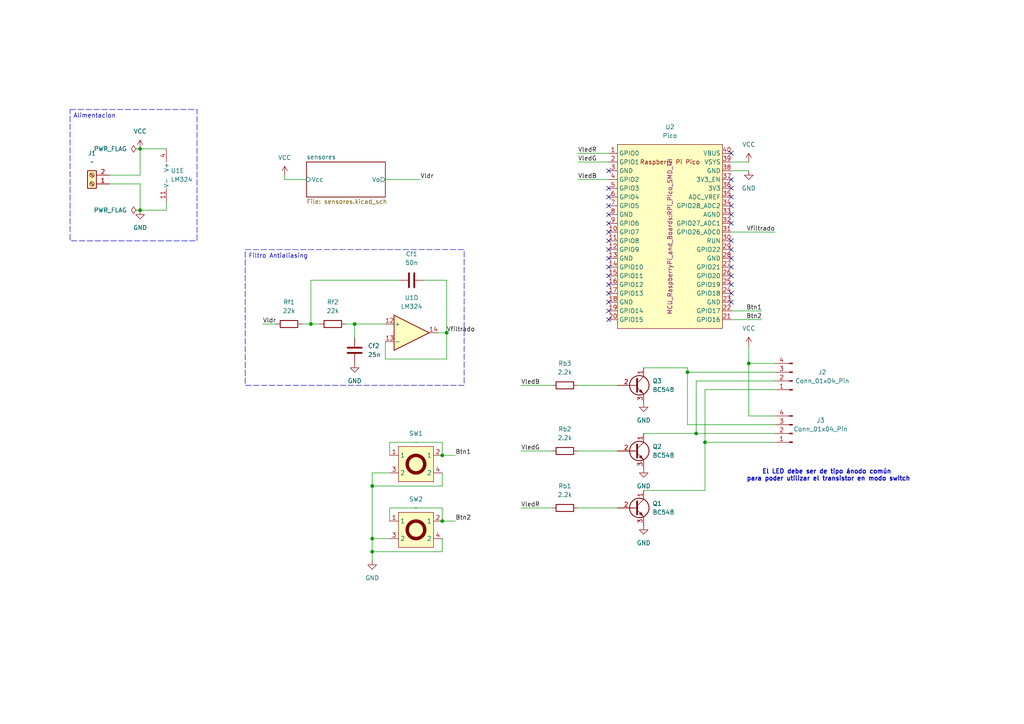
<source format=kicad_sch>
(kicad_sch (version 20231120) (generator "eeschema") (generator_version "8.0")
  (paper "A4")
  (lib_symbols
    (symbol "Amplifier_Operational:LM324" (pin_names (offset 0.127))
      (property "Reference" "U" (at 0 5.08 0))
      (property "Value" "LM324" (at 0 -5.08 0))
      (symbol "LM324_1_1"
        (polyline (pts (xy -5.08 5.08) (xy 5.08 0) (xy -5.08 -5.08) (xy -5.08 5.08)) (stroke (width 0.254)) (fill (type background)))
        (pin output line (at 7.62 0 180) (length 2.54) (name "~") (number "1"))
        (pin input line (at -7.62 -2.54 0) (length 2.54) (name "-") (number "2"))
        (pin input line (at -7.62 2.54 0) (length 2.54) (name "+") (number "3"))
      )
      (symbol "LM324_2_1"
        (polyline (pts (xy -5.08 5.08) (xy 5.08 0) (xy -5.08 -5.08) (xy -5.08 5.08)) (stroke (width 0.254)) (fill (type background)))
        (pin input line (at -7.62 2.54 0) (length 2.54) (name "+") (number "5"))
        (pin input line (at -7.62 -2.54 0) (length 2.54) (name "-") (number "6"))
        (pin output line (at 7.62 0 180) (length 2.54) (name "~") (number "7"))
      )
      (symbol "LM324_3_1"
        (polyline (pts (xy -5.08 5.08) (xy 5.08 0) (xy -5.08 -5.08) (xy -5.08 5.08)) (stroke (width 0.254)) (fill (type background)))
        (pin input line (at -7.62 2.54 0) (length 2.54) (name "+") (number "10"))
        (pin output line (at 7.62 0 180) (length 2.54) (name "~") (number "8"))
        (pin input line (at -7.62 -2.54 0) (length 2.54) (name "-") (number "9"))
      )
      (symbol "LM324_4_1"
        (polyline (pts (xy -5.08 5.08) (xy 5.08 0) (xy -5.08 -5.08) (xy -5.08 5.08)) (stroke (width 0.254)) (fill (type background)))
        (pin input line (at -7.62 2.54 0) (length 2.54) (name "+") (number "12"))
        (pin input line (at -7.62 -2.54 0) (length 2.54) (name "-") (number "13"))
        (pin output line (at 7.62 0 180) (length 2.54) (name "~") (number "14"))
      )
      (symbol "LM324_5_1"
        (pin power_in line (at -2.54 -7.62 90) (length 3.81) (name "V-") (number "11"))
        (pin power_in line (at -2.54 7.62 270) (length 3.81) (name "V+") (number "4"))
      )
    )
    (symbol "Connector:Conn_01x04_Pin" (pin_names (offset 1.016) hide)
      (property "Reference" "J" (at 0 5.08 0))
      (property "Value" "Conn_01x04_Pin" (at 0 -7.62 0))
      (symbol "Conn_01x04_Pin_1_1"
        (polyline (pts (xy 1.27 -5.08) (xy 0.8636 -5.08)) (stroke (width 0.1524)))
        (polyline (pts (xy 1.27 -2.54) (xy 0.8636 -2.54)) (stroke (width 0.1524)))
        (polyline (pts (xy 1.27 0) (xy 0.8636 0)) (stroke (width 0.1524)))
        (polyline (pts (xy 1.27 2.54) (xy 0.8636 2.54)) (stroke (width 0.1524)))
        (rectangle (start 0.8636 -4.953) (end 0 -5.207) (stroke (width 0.1524)) (fill (type outline)))
        (rectangle (start 0.8636 -2.413) (end 0 -2.667) (stroke (width 0.1524)) (fill (type outline)))
        (rectangle (start 0.8636 0.127) (end 0 -0.127) (stroke (width 0.1524)) (fill (type outline)))
        (rectangle (start 0.8636 2.667) (end 0 2.413) (stroke (width 0.1524)) (fill (type outline)))
        (pin passive line (at 5.08 2.54 180) (length 3.81) (name "Pin_1") (number "1"))
        (pin passive line (at 5.08 0 180) (length 3.81) (name "Pin_2") (number "2"))
        (pin passive line (at 5.08 -2.54 180) (length 3.81) (name "Pin_3") (number "3"))
        (pin passive line (at 5.08 -5.08 180) (length 3.81) (name "Pin_4") (number "4"))
      )
    )
    (symbol "Connector:Screw_Terminal_01x02" (pin_names (offset 1.016) hide)
      (property "Reference" "J" (at 0 2.54 0))
      (property "Value" "Screw_Terminal_01x02" (at 0 -5.08 0))
      (symbol "Screw_Terminal_01x02_1_1"
        (rectangle (start -1.27 1.27) (end 1.27 -3.81) (stroke (width 0.254)) (fill (type background)))
        (circle (center 0 -2.54) (radius 0.635) (stroke (width 0.1524)))
        (polyline (pts (xy -0.5334 -2.2098) (xy 0.3302 -3.048)) (stroke (width 0.1524)))
        (polyline (pts (xy -0.5334 0.3302) (xy 0.3302 -0.508)) (stroke (width 0.1524)))
        (polyline (pts (xy -0.3556 -2.032) (xy 0.508 -2.8702)) (stroke (width 0.1524)))
        (polyline (pts (xy -0.3556 0.508) (xy 0.508 -0.3302)) (stroke (width 0.1524)))
        (circle (center 0 0) (radius 0.635) (stroke (width 0.1524)))
        (pin passive line (at -5.08 0 0) (length 3.81) (name "Pin_1") (number "1"))
        (pin passive line (at -5.08 -2.54 0) (length 3.81) (name "Pin_2") (number "2"))
      )
    )
    (symbol "Device:C" (pin_numbers hide) (pin_names (offset 0.254))
      (property "Reference" "C" (at 0.635 2.54 0))
      (property "Value" "C" (at 0.635 -2.54 0))
      (symbol "C_0_1"
        (polyline (pts (xy -2.032 -0.762) (xy 2.032 -0.762)) (stroke (width 0.508)))
        (polyline (pts (xy -2.032 0.762) (xy 2.032 0.762)) (stroke (width 0.508)))
      )
      (symbol "C_1_1"
        (pin passive line (at 0 3.81 270) (length 2.794) (name "~") (number "1"))
        (pin passive line (at 0 -3.81 90) (length 2.794) (name "~") (number "2"))
      )
    )
    (symbol "Device:R" (pin_numbers hide) (pin_names (offset 0))
      (property "Reference" "R" (at 2.032 0 90))
      (property "Value" "R" (at 0 0 90))
      (symbol "R_0_1"
        (rectangle (start -1.016 -2.54) (end 1.016 2.54) (stroke (width 0.254)))
      )
      (symbol "R_1_1"
        (pin passive line (at 0 3.81 270) (length 1.27) (name "~") (number "1"))
        (pin passive line (at 0 -3.81 90) (length 1.27) (name "~") (number "2"))
      )
    )
    (symbol "MCU_RaspberryPi_and_Boards:Pico"
      (property "Reference" "U2" (at 0 31.75 0))
      (property "Value" "Pico" (at 0 29.21 0))
      (property "Footprint" "MCU_RaspberryPi_and_Boards:RPi_Pico_SMD_TH" (at 0 0 90))
      (symbol "Pico_0_0"
        (text "Raspberry Pi Pico" (at 0 21.59 0) (effects (font (size 1.27 1.27))))
      )
      (symbol "Pico_0_1"
        (rectangle (start -15.24 26.67) (end 15.24 -26.67) (fill (type background)))
      )
      (symbol "Pico_1_1"
        (pin bidirectional line (at -17.78 24.13 0) (length 2.54) (name "GPIO0") (number "1"))
        (pin bidirectional line (at -17.78 1.27 0) (length 2.54) (name "GPIO7") (number "10"))
        (pin bidirectional line (at -17.78 -1.27 0) (length 2.54) (name "GPIO8") (number "11"))
        (pin bidirectional line (at -17.78 -3.81 0) (length 2.54) (name "GPIO9") (number "12"))
        (pin power_in line (at -17.78 -6.35 0) (length 2.54) (name "GND") (number "13"))
        (pin bidirectional line (at -17.78 -8.89 0) (length 2.54) (name "GPIO10") (number "14"))
        (pin bidirectional line (at -17.78 -11.43 0) (length 2.54) (name "GPIO11") (number "15"))
        (pin bidirectional line (at -17.78 -13.97 0) (length 2.54) (name "GPIO12") (number "16"))
        (pin bidirectional line (at -17.78 -16.51 0) (length 2.54) (name "GPIO13") (number "17"))
        (pin power_in line (at -17.78 -19.05 0) (length 2.54) (name "GND") (number "18"))
        (pin bidirectional line (at -17.78 -21.59 0) (length 2.54) (name "GPIO14") (number "19"))
        (pin bidirectional line (at -17.78 21.59 0) (length 2.54) (name "GPIO1") (number "2"))
        (pin bidirectional line (at -17.78 -24.13 0) (length 2.54) (name "GPIO15") (number "20"))
        (pin bidirectional line (at 17.78 -24.13 180) (length 2.54) (name "GPIO16") (number "21"))
        (pin bidirectional line (at 17.78 -21.59 180) (length 2.54) (name "GPIO17") (number "22"))
        (pin power_in line (at 17.78 -19.05 180) (length 2.54) (name "GND") (number "23"))
        (pin bidirectional line (at 17.78 -16.51 180) (length 2.54) (name "GPIO18") (number "24"))
        (pin bidirectional line (at 17.78 -13.97 180) (length 2.54) (name "GPIO19") (number "25"))
        (pin bidirectional line (at 17.78 -11.43 180) (length 2.54) (name "GPIO20") (number "26"))
        (pin bidirectional line (at 17.78 -8.89 180) (length 2.54) (name "GPIO21") (number "27"))
        (pin power_in line (at 17.78 -6.35 180) (length 2.54) (name "GND") (number "28"))
        (pin bidirectional line (at 17.78 -3.81 180) (length 2.54) (name "GPIO22") (number "29"))
        (pin power_in line (at -17.78 19.05 0) (length 2.54) (name "GND") (number "3"))
        (pin input line (at 17.78 -1.27 180) (length 2.54) (name "RUN") (number "30"))
        (pin bidirectional line (at 17.78 1.27 180) (length 2.54) (name "GPIO26_ADC0") (number "31"))
        (pin bidirectional line (at 17.78 3.81 180) (length 2.54) (name "GPIO27_ADC1") (number "32"))
        (pin power_in line (at 17.78 6.35 180) (length 2.54) (name "AGND") (number "33"))
        (pin bidirectional line (at 17.78 8.89 180) (length 2.54) (name "GPIO28_ADC2") (number "34"))
        (pin power_in line (at 17.78 11.43 180) (length 2.54) (name "ADC_VREF") (number "35"))
        (pin power_in line (at 17.78 13.97 180) (length 2.54) (name "3V3") (number "36"))
        (pin input line (at 17.78 16.51 180) (length 2.54) (name "3V3_EN") (number "37"))
        (pin power_in line (at 17.78 19.05 180) (length 2.54) (name "GND") (number "38"))
        (pin power_in line (at 17.78 21.59 180) (length 2.54) (name "VSYS") (number "39"))
        (pin bidirectional line (at -17.78 16.51 0) (length 2.54) (name "GPIO2") (number "4"))
        (pin power_in line (at 17.78 24.13 180) (length 2.54) (name "VBUS") (number "40"))
        (pin bidirectional line (at -17.78 13.97 0) (length 2.54) (name "GPIO3") (number "5"))
        (pin bidirectional line (at -17.78 11.43 0) (length 2.54) (name "GPIO4") (number "6"))
        (pin bidirectional line (at -17.78 8.89 0) (length 2.54) (name "GPIO5") (number "7"))
        (pin power_in line (at -17.78 6.35 0) (length 2.54) (name "GND") (number "8"))
        (pin bidirectional line (at -17.78 3.81 0) (length 2.54) (name "GPIO6") (number "9"))
      )
    )
    (symbol "Transistor_BJT:BC548" (pin_names (offset 0) hide)
      (property "Reference" "Q" (at 5.08 1.905 0))
      (property "Value" "BC548" (at 5.08 0 0))
      (symbol "BC548_0_1"
        (polyline (pts (xy 0 0) (xy 0.635 0)))
        (polyline (pts (xy 0.635 0.635) (xy 2.54 2.54)))
        (polyline (pts (xy 0.635 -0.635) (xy 2.54 -2.54) (xy 2.54 -2.54)))
        (polyline (pts (xy 0.635 1.905) (xy 0.635 -1.905) (xy 0.635 -1.905)) (stroke (width 0.508)))
        (polyline (pts (xy 1.27 -1.778) (xy 1.778 -1.27) (xy 2.286 -2.286) (xy 1.27 -1.778) (xy 1.27 -1.778)) (fill (type outline)))
        (circle (center 1.27 0) (radius 2.8194) (stroke (width 0.254)))
      )
      (symbol "BC548_1_1"
        (pin passive line (at 2.54 5.08 270) (length 2.54) (name "C") (number "1"))
        (pin input line (at -5.08 0 0) (length 5.08) (name "B") (number "2"))
        (pin passive line (at 2.54 -5.08 90) (length 2.54) (name "E") (number "3"))
      )
    )
    (symbol "mariano:push_button"
      (property "Reference" "SW" (at -0.0455 1.571 0))
      (symbol "push_button_1_1"
        (rectangle (start -5.08 0) (end 5.08 -10.16) (fill (type background)))
        (circle (center 0 -5.08) (radius 2.54) (stroke (width 1)))
        (pin passive line (at -7.62 -2.54 0) (length 2.54) (name "1") (number "1"))
        (pin passive line (at 7.62 -2.54 180) (length 2.54) (name "1") (number "2"))
        (pin passive line (at -7.62 -7.62 0) (length 2.54) (name "2") (number "3"))
        (pin passive line (at 7.62 -7.62 180) (length 2.54) (name "2") (number "4"))
      )
    )
    (symbol "power:GND" (power) (pin_numbers hide) (pin_names (offset 0) hide)
      (property "Value" "GND" (at 0 -3.81 0))
      (symbol "GND_0_1"
        (polyline (pts (xy 0 0) (xy 0 -1.27) (xy 1.27 -1.27) (xy 0 -2.54) (xy -1.27 -1.27) (xy 0 -1.27)))
      )
      (symbol "GND_1_1"
        (pin power_in line (at 0 0 270) (length 0) (name "~") (number "1"))
      )
    )
    (symbol "power:PWR_FLAG" (power) (pin_numbers hide) (pin_names (offset 0) hide)
      (property "Value" "PWR_FLAG" (at 0 3.81 0))
      (symbol "PWR_FLAG_0_0"
        (pin power_out line (at 0 0 90) (length 0) (name "~") (number "1"))
      )
      (symbol "PWR_FLAG_0_1"
        (polyline (pts (xy 0 0) (xy 0 1.27) (xy -1.016 1.905) (xy 0 2.54) (xy 1.016 1.905) (xy 0 1.27)))
      )
    )
    (symbol "power:VCC" (power) (pin_numbers hide) (pin_names (offset 0) hide)
      (property "Value" "VCC" (at 0 3.556 0))
      (symbol "VCC_0_1"
        (polyline (pts (xy -0.762 1.27) (xy 0 2.54)))
        (polyline (pts (xy 0 0) (xy 0 2.54)))
        (polyline (pts (xy 0 2.54) (xy 0.762 1.27)))
      )
      (symbol "VCC_1_1"
        (pin power_in line (at 0 0 90) (length 0) (name "~") (number "1"))
      )
    )
  )
  (junction (at 40.64 60.96))
  (junction (at 107.95 156.21))
  (junction (at 40.64 43.18))
  (junction (at 204.47 128.27))
  (junction (at 201.93 125.73))
  (junction (at 107.95 160.02))
  (junction (at 199.39 107.95))
  (junction (at 128.27 151.13))
  (junction (at 128.27 132.08))
  (junction (at 102.87 93.98))
  (junction (at 90.17 93.98))
  (junction (at 217.17 105.41))
  (junction (at 107.95 140.97))
  (junction (at 129.54 96.52))
  (no_connect (at 176.53 80.01))
  (no_connect (at 212.09 59.69))
  (no_connect (at 176.53 74.93))
  (no_connect (at 176.53 82.55))
  (no_connect (at 212.09 62.23))
  (no_connect (at 176.53 64.77))
  (no_connect (at 176.53 90.17))
  (no_connect (at 176.53 77.47))
  (no_connect (at 212.09 64.77))
  (no_connect (at 212.09 80.01))
  (no_connect (at 212.09 54.61))
  (no_connect (at 176.53 85.09))
  (no_connect (at 212.09 52.07))
  (no_connect (at 212.09 74.93))
  (no_connect (at 212.09 85.09))
  (no_connect (at 212.09 69.85))
  (no_connect (at 212.09 87.63))
  (no_connect (at 176.53 57.15))
  (no_connect (at 176.53 69.85))
  (no_connect (at 212.09 77.47))
  (no_connect (at 176.53 54.61))
  (no_connect (at 212.09 44.45))
  (no_connect (at 176.53 87.63))
  (no_connect (at 176.53 67.31))
  (no_connect (at 176.53 92.71))
  (no_connect (at 176.53 49.53))
  (no_connect (at 176.53 62.23))
  (no_connect (at 176.53 72.39))
  (no_connect (at 176.53 59.69))
  (no_connect (at 212.09 57.15))
  (no_connect (at 212.09 82.55))
  (no_connect (at 212.09 72.39))
  (wire (pts (xy 128.27 160.02) (xy 128.27 156.21)))
  (wire (pts (xy 129.54 104.14) (xy 129.54 96.52)))
  (wire (pts (xy 128.27 147.32) (xy 128.27 151.13)))
  (wire (pts (xy 100.33 93.98) (xy 102.87 93.98)))
  (wire (pts (xy 113.03 151.13) (xy 113.03 147.32)))
  (wire (pts (xy 48.26 60.96) (xy 48.26 58.42)))
  (wire (pts (xy 113.03 132.08) (xy 113.03 128.27)))
  (wire (pts (xy 217.17 46.99) (xy 212.09 46.99)))
  (wire (pts (xy 90.17 81.28) (xy 115.57 81.28)))
  (wire (pts (xy 204.47 128.27) (xy 224.79 128.27)))
  (wire (pts (xy 201.93 125.73) (xy 224.79 125.73)))
  (wire (pts (xy 167.64 130.81) (xy 179.07 130.81)))
  (wire (pts (xy 204.47 128.27) (xy 204.47 142.24)))
  (wire (pts (xy 128.27 132.08) (xy 132.08 132.08)))
  (wire (pts (xy 128.27 140.97) (xy 107.95 140.97)))
  (wire (pts (xy 102.87 93.98) (xy 102.87 97.79)))
  (wire (pts (xy 212.09 67.31) (xy 224.79 67.31)))
  (wire (pts (xy 107.95 160.02) (xy 107.95 156.21)))
  (wire (pts (xy 102.87 93.98) (xy 111.76 93.98)))
  (wire (pts (xy 107.95 137.16) (xy 113.03 137.16)))
  (wire (pts (xy 217.17 49.53) (xy 212.09 49.53)))
  (wire (pts (xy 167.64 111.76) (xy 179.07 111.76)))
  (wire (pts (xy 82.55 50.8) (xy 82.55 52.07)))
  (wire (pts (xy 151.13 130.81) (xy 160.02 130.81)))
  (wire (pts (xy 220.98 90.17) (xy 212.09 90.17)))
  (wire (pts (xy 111.76 52.07) (xy 121.92 52.07)))
  (wire (pts (xy 151.13 111.76) (xy 160.02 111.76)))
  (wire (pts (xy 224.79 123.19) (xy 199.39 123.19)))
  (wire (pts (xy 40.64 60.96) (xy 48.26 60.96)))
  (wire (pts (xy 40.64 43.18) (xy 40.64 50.8)))
  (wire (pts (xy 111.76 104.14) (xy 129.54 104.14)))
  (wire (pts (xy 224.79 107.95) (xy 199.39 107.95)))
  (wire (pts (xy 204.47 113.03) (xy 224.79 113.03)))
  (wire (pts (xy 107.95 160.02) (xy 107.95 162.56)))
  (wire (pts (xy 128.27 128.27) (xy 128.27 132.08)))
  (wire (pts (xy 167.64 46.99) (xy 176.53 46.99)))
  (wire (pts (xy 107.95 140.97) (xy 107.95 156.21)))
  (wire (pts (xy 76.2 93.98) (xy 80.01 93.98)))
  (wire (pts (xy 199.39 123.19) (xy 199.39 107.95)))
  (wire (pts (xy 107.95 137.16) (xy 107.95 140.97)))
  (wire (pts (xy 111.76 99.06) (xy 111.76 104.14)))
  (wire (pts (xy 123.19 81.28) (xy 129.54 81.28)))
  (wire (pts (xy 186.69 125.73) (xy 201.93 125.73)))
  (wire (pts (xy 204.47 113.03) (xy 204.47 128.27)))
  (wire (pts (xy 87.63 93.98) (xy 90.17 93.98)))
  (wire (pts (xy 167.64 44.45) (xy 176.53 44.45)))
  (wire (pts (xy 107.95 156.21) (xy 113.03 156.21)))
  (wire (pts (xy 82.55 52.07) (xy 88.9 52.07)))
  (wire (pts (xy 167.64 147.32) (xy 179.07 147.32)))
  (wire (pts (xy 199.39 107.95) (xy 199.39 106.68)))
  (wire (pts (xy 201.93 110.49) (xy 224.79 110.49)))
  (wire (pts (xy 217.17 120.65) (xy 217.17 105.41)))
  (wire (pts (xy 224.79 120.65) (xy 217.17 120.65)))
  (wire (pts (xy 129.54 96.52) (xy 127 96.52)))
  (wire (pts (xy 128.27 137.16) (xy 128.27 140.97)))
  (wire (pts (xy 128.27 151.13) (xy 132.08 151.13)))
  (wire (pts (xy 31.75 50.8) (xy 40.64 50.8)))
  (wire (pts (xy 40.64 43.18) (xy 48.26 43.18)))
  (wire (pts (xy 113.03 128.27) (xy 128.27 128.27)))
  (wire (pts (xy 217.17 100.33) (xy 217.17 105.41)))
  (wire (pts (xy 217.17 105.41) (xy 224.79 105.41)))
  (wire (pts (xy 113.03 147.32) (xy 128.27 147.32)))
  (wire (pts (xy 167.64 52.07) (xy 176.53 52.07)))
  (wire (pts (xy 90.17 93.98) (xy 92.71 93.98)))
  (wire (pts (xy 199.39 106.68) (xy 186.69 106.68)))
  (wire (pts (xy 151.13 147.32) (xy 160.02 147.32)))
  (wire (pts (xy 107.95 160.02) (xy 128.27 160.02)))
  (wire (pts (xy 204.47 142.24) (xy 186.69 142.24)))
  (wire (pts (xy 90.17 93.98) (xy 90.17 81.28)))
  (wire (pts (xy 201.93 125.73) (xy 201.93 110.49)))
  (wire (pts (xy 31.75 53.34) (xy 40.64 53.34)))
  (wire (pts (xy 129.54 81.28) (xy 129.54 96.52)))
  (wire (pts (xy 40.64 53.34) (xy 40.64 60.96)))
  (wire (pts (xy 220.98 92.71) (xy 212.09 92.71)))
  (text_box "Filtro Antialiasing\n" (at 71.12 72.39 0) (size 63.5 39.37) (stroke (width 0) (type dash)) (effects (font (size 1.27 1.27)) (justify left top)))
  (text_box "Alimentacion	" (at 20.32 31.75 0) (size 36.83 38.1) (stroke (width 0) (type dash)) (effects (font (size 1.27 1.27)) (justify left top)))
  (text "El LED debe ser de tipo ánodo común \npara poder utilizar el transistor en modo switch" (at 240.284 137.922 0) (effects (font (size 1.27 1.27) (thickness 0.254) (bold yes))))
  (label "VledG" (at 151.13 130.81 0))
  (label "VledR" (at 151.13 147.32 0))
  (label "VledG" (at 167.64 46.99 0))
  (label "Vfiltrado" (at 129.54 96.52 0))
  (label "VledB" (at 167.64 52.07 0))
  (label "VledB" (at 151.13 111.76 0))
  (label "Btn2" (at 132.08 151.13 0))
  (label "Btn2" (at 220.98 92.71 180))
  (label "Btn1" (at 220.98 90.17 180))
  (label "VledR" (at 167.64 44.45 0))
  (label "Btn1" (at 132.08 132.08 0))
  (label "Vfiltrado" (at 224.79 67.31 180))
  (label "Vldr" (at 121.92 52.07 0))
  (label "Vldr" (at 76.2 93.98 0))
  (symbol (lib_id "power:GND") (at 186.69 135.89 0) (unit 1)
    (property "Reference" "#PWR011" (effects (hide yes)))
    (property "Value" "GND" (at 186.69 140.97 0))
    (property "Description" "Power symbol creates a global label with name \"GND\" , ground" (effects (hide yes)))
  )
  (symbol (lib_id "power:GND") (at 102.87 105.41 0) (unit 1)
    (property "Reference" "#PWR09" (effects (hide yes)))
    (property "Value" "GND" (at 102.87 110.49 0))
    (property "Description" "Power symbol creates a global label with name \"GND\" , ground" (effects (hide yes)))
  )
  (symbol (lib_id "power:GND") (at 40.64 60.96 0) (unit 1)
    (property "Reference" "#PWR010" (effects (hide yes)))
    (property "Value" "GND" (at 40.64 66.04 0))
    (property "Description" "Power symbol creates a global label with name \"GND\" , ground" (effects (hide yes)))
  )
  (symbol (lib_id "power:GND") (at 186.69 152.4 0) (unit 1)
    (property "Reference" "#PWR08" (effects (hide yes)))
    (property "Value" "GND" (at 186.69 157.48 0))
    (property "Description" "Power symbol creates a global label with name \"GND\" , ground" (effects (hide yes)))
  )
  (symbol (lib_id "power:PWR_FLAG") (at 40.64 43.18 90) (unit 1)
    (property "Reference" "#FLG01" (effects (hide yes)))
    (property "Value" "PWR_FLAG" (at 36.83 43.1799 90) (effects (justify left)))
    (property "Description" "Special symbol for telling ERC where power comes from" (effects (hide yes)))
  )
  (symbol (lib_id "Device:R") (at 163.83 147.32 90) (unit 1)
    (property "Reference" "Rb1" (at 163.83 140.97 90))
    (property "Value" "2.2k" (at 163.83 143.51 90))
    (property "Description" "Resistor" (effects (hide yes)))
  )
  (symbol (lib_id "power:GND") (at 186.69 116.84 0) (unit 1)
    (property "Reference" "#PWR012" (effects (hide yes)))
    (property "Value" "GND" (at 186.69 121.92 0))
    (property "Description" "Power symbol creates a global label with name \"GND\" , ground" (effects (hide yes)))
  )
  (symbol (lib_id "MCU_RaspberryPi_and_Boards:Pico") (at 194.31 68.58 0) (unit 1)
    (property "Reference" "U2" (at 194.31 36.83 0))
    (property "Value" "Pico" (at 194.31 39.37 0))
    (property "Footprint" "MCU_RaspberryPi_and_Boards:RPi_Pico_SMD_TH" (at 194.31 68.58 90))
  )
  (symbol (lib_id "Device:R") (at 83.82 93.98 90) (unit 1)
    (property "Reference" "Rf1" (at 83.82 87.63 90))
    (property "Value" "22k" (at 83.82 90.17 90))
    (property "Footprint" "Resistor_THT:R_Axial_DIN0207_L6.3mm_D2.5mm_P7.62mm_Horizontal" (effects (hide yes)))
    (property "Description" "Resistor" (effects (hide yes)))
  )
  (symbol (lib_id "Amplifier_Operational:LM324") (at 119.38 96.52 0) (unit 4)
    (property "Reference" "U1" (at 119.38 86.36 0))
    (property "Value" "LM324" (at 119.38 88.9 0))
    (property "Footprint" "Package_DIP:DIP-14_W7.62mm_Socket" (effects (hide yes)))
    (property "Datasheet" "http://www.ti.com/lit/ds/symlink/lm2902-n.pdf" (effects (hide yes)))
    (property "Description" "Low-Power, Quad-Operational Amplifiers, DIP-14/SOIC-14/SSOP-14" (effects (hide yes)))
    (property "Sim.Library" "/usr/share/kicad/symbols/Simulation_SPICE.sp" (effects (hide yes)))
    (property "Sim.Name" "kicad_builtin_opamp_quad" (effects (hide yes)))
    (property "Sim.Device" "SUBCKT" (effects (hide yes)))
    (property "Sim.Pins" "1=out1 2=in1- 3=in1+ 4=vcc 5=in2+ 6=in2- 7=out2 8=out3 9=in3- 10=in3+ 11=vee 12=in4+ 13=in4- 14=out4" (effects (hide yes)))
  )
  (symbol (lib_id "Transistor_BJT:BC548") (at 184.15 147.32 0) (unit 1)
    (property "Reference" "Q1" (at 189.23 146.0499 0) (effects (justify left)))
    (property "Value" "BC548" (at 189.23 148.5899 0) (effects (justify left)))
    (property "Footprint" "Package_TO_SOT_THT:TO-92_Inline" (effects (hide yes)))
    (property "Datasheet" "https://www.onsemi.com/pub/Collateral/BC550-D.pdf" (effects (hide yes)))
    (property "Description" "0.1A Ic, 30V Vce, Small Signal NPN Transistor, TO-92" (effects (hide yes)))
  )
  (symbol (lib_id "power:VCC") (at 217.17 100.33 0) (unit 1)
    (property "Reference" "#PWR07" (effects (hide yes)))
    (property "Value" "VCC" (at 217.17 95.25 0))
    (property "Description" "Power symbol creates a global label with name \"VCC\"" (effects (hide yes)))
  )
  (symbol (lib_id "power:GND") (at 217.17 49.53 0) (unit 1)
    (property "Reference" "#PWR014" (effects (hide yes)))
    (property "Value" "GND" (at 217.17 54.61 0))
    (property "Description" "Power symbol creates a global label with name \"GND\" , ground" (effects (hide yes)))
  )
  (symbol (lib_id "Connector:Conn_01x04_Pin") (at 229.87 125.73 180) (unit 1)
    (property "Reference" "J3" (at 237.998 121.92 0))
    (property "Value" "Conn_01x04_Pin" (at 237.998 124.46 0))
    (property "Footprint" "Connector_PinHeader_2.54mm:PinHeader_1x04_P2.54mm_Vertical" (effects (hide yes)))
    (property "Description" "Generic connector, single row, 01x04, script generated" (effects (hide yes)))
  )
  (symbol (lib_id "Device:R") (at 163.83 130.81 90) (unit 1)
    (property "Reference" "Rb2" (at 163.83 124.46 90))
    (property "Value" "2.2k" (at 163.83 127 90))
    (property "Description" "Resistor" (effects (hide yes)))
  )
  (symbol (lib_id "power:VCC") (at 217.17 46.99 0) (unit 1)
    (property "Reference" "#PWR013" (effects (hide yes)))
    (property "Value" "VCC" (at 217.17 41.91 0))
    (property "Description" "Power symbol creates a global label with name \"VCC\"" (effects (hide yes)))
  )
  (symbol (lib_id "Device:R") (at 96.52 93.98 90) (unit 1)
    (property "Reference" "Rf2" (at 96.52 87.63 90))
    (property "Value" "22k" (at 96.52 90.17 90))
    (property "Footprint" "Resistor_THT:R_Axial_DIN0207_L6.3mm_D2.5mm_P7.62mm_Horizontal" (effects (hide yes)))
    (property "Description" "Resistor" (effects (hide yes)))
  )
  (symbol (lib_id "Device:C") (at 102.87 101.6 0) (unit 1)
    (property "Reference" "Cf2" (at 106.68 100.3299 0) (effects (justify left)))
    (property "Value" "25n" (at 106.68 102.8699 0) (effects (justify left)))
    (property "Footprint" "Capacitor_THT:C_Disc_D5.0mm_W2.5mm_P5.00mm" (effects (hide yes)))
    (property "Description" "Unpolarized capacitor" (effects (hide yes)))
  )
  (symbol (lib_id "Device:R") (at 163.83 111.76 90) (unit 1)
    (property "Reference" "Rb3" (at 163.83 105.41 90))
    (property "Value" "2.2k" (at 163.83 107.95 90))
    (property "Description" "Resistor" (effects (hide yes)))
  )
  (symbol (lib_id "power:VCC") (at 82.55 50.8 0) (unit 1)
    (property "Reference" "#PWR06" (effects (hide yes)))
    (property "Value" "VCC" (at 82.55 45.72 0))
    (property "Description" "Power symbol creates a global label with name \"VCC\"" (effects (hide yes)))
  )
  (symbol (lib_id "mariano:push_button") (at 120.65 129.54 0) (unit 1)
    (property "Reference" "SW1" (at 120.65 125.73 0))
    (property "Value" "~" (at 120.65 128.27 0))
    (property "Footprint" "Button_Switch_THT:SW_PUSH-12mm" (effects (hide yes)))
  )
  (symbol (lib_id "power:VCC") (at 40.64 43.18 0) (unit 1)
    (property "Reference" "#PWR02" (effects (hide yes)))
    (property "Value" "VCC" (at 40.64 38.1 0))
    (property "Description" "Power symbol creates a global label with name \"VCC\"" (effects (hide yes)))
  )
  (symbol (lib_id "mariano:push_button") (at 120.65 148.59 0) (unit 1)
    (property "Reference" "SW2" (at 120.65 144.78 0))
    (property "Value" "~" (at 120.65 147.32 0))
    (property "Footprint" "Button_Switch_THT:SW_PUSH-12mm" (effects (hide yes)))
  )
  (symbol (lib_id "Device:C") (at 119.38 81.28 270) (unit 1)
    (property "Reference" "Cf1" (at 119.38 73.66 90))
    (property "Value" "50n" (at 119.38 76.2 90))
    (property "Footprint" "Capacitor_THT:C_Disc_D5.0mm_W2.5mm_P5.00mm" (effects (hide yes)))
    (property "Description" "Unpolarized capacitor" (effects (hide yes)))
  )
  (symbol (lib_id "Amplifier_Operational:LM324") (at 50.8 50.8 0) (unit 5)
    (property "Reference" "U1" (at 49.53 49.5299 0) (effects (justify left)))
    (property "Value" "LM324" (at 49.53 52.0699 0) (effects (justify left)))
    (property "Footprint" "Package_DIP:DIP-14_W7.62mm_Socket" (effects (hide yes)))
    (property "Datasheet" "http://www.ti.com/lit/ds/symlink/lm2902-n.pdf" (effects (hide yes)))
    (property "Description" "Low-Power, Quad-Operational Amplifiers, DIP-14/SOIC-14/SSOP-14" (effects (hide yes)))
    (property "Sim.Library" "/usr/share/kicad/symbols/Simulation_SPICE.sp" (effects (hide yes)))
    (property "Sim.Name" "kicad_builtin_opamp_quad" (effects (hide yes)))
    (property "Sim.Device" "SUBCKT" (effects (hide yes)))
    (property "Sim.Pins" "1=out1 2=in1- 3=in1+ 4=vcc 5=in2+ 6=in2- 7=out2 8=out3 9=in3- 10=in3+ 11=vee 12=in4+ 13=in4- 14=out4" (effects (hide yes)))
  )
  (symbol (lib_id "Connector:Screw_Terminal_01x02") (at 26.67 53.34 180) (unit 1)
    (property "Reference" "J1" (at 26.67 44.45 0))
    (property "Value" "~" (at 26.67 46.99 0))
    (property "Footprint" "TerminalBlock:TerminalBlock_bornier-2_P5.08mm" (effects (hide yes)))
    (property "Description" "Generic screw terminal, single row, 01x02, script generated (kicad-library-utils/schlib/autogen/connector/)" (effects (hide yes)))
    (property "Sim.Device" "V" (effects (hide yes)))
    (property "Sim.Type" "DC" (effects (hide yes)))
    (property "Sim.Pins" "1=- 2=+" (effects (hide yes)))
  )
  (symbol (lib_id "Connector:Conn_01x04_Pin") (at 229.87 110.49 180) (unit 1)
    (property "Reference" "J2" (at 238.506 107.95 0))
    (property "Value" "Conn_01x04_Pin" (at 238.506 110.49 0))
    (property "Footprint" "Connector_PinHeader_2.54mm:PinHeader_1x04_P2.54mm_Vertical" (effects (hide yes)))
    (property "Description" "Generic connector, single row, 01x04, script generated" (effects (hide yes)))
  )
  (symbol (lib_id "power:GND") (at 107.95 162.56 0) (unit 1)
    (property "Reference" "#PWR015" (effects (hide yes)))
    (property "Value" "GND" (at 107.95 167.64 0))
    (property "Description" "Power symbol creates a global label with name \"GND\" , ground" (effects (hide yes)))
  )
  (symbol (lib_id "Transistor_BJT:BC548") (at 184.15 130.81 0) (unit 1)
    (property "Reference" "Q2" (at 189.23 129.5399 0) (effects (justify left)))
    (property "Value" "BC548" (at 189.23 132.0799 0) (effects (justify left)))
    (property "Footprint" "Package_TO_SOT_THT:TO-92_Inline" (effects (hide yes)))
    (property "Datasheet" "https://www.onsemi.com/pub/Collateral/BC550-D.pdf" (effects (hide yes)))
    (property "Description" "0.1A Ic, 30V Vce, Small Signal NPN Transistor, TO-92" (effects (hide yes)))
  )
  (symbol (lib_id "power:PWR_FLAG") (at 40.64 60.96 90) (unit 1)
    (property "Reference" "#FLG02" (effects (hide yes)))
    (property "Value" "PWR_FLAG" (at 36.83 60.9599 90) (effects (justify left)))
    (property "Description" "Special symbol for telling ERC where power comes from" (effects (hide yes)))
  )
  (symbol (lib_id "Transistor_BJT:BC548") (at 184.15 111.76 0) (unit 1)
    (property "Reference" "Q3" (at 189.23 110.4899 0) (effects (justify left)))
    (property "Value" "BC548" (at 189.23 113.0299 0) (effects (justify left)))
    (property "Footprint" "Package_TO_SOT_THT:TO-92_Inline" (effects (hide yes)))
    (property "Datasheet" "https://www.onsemi.com/pub/Collateral/BC550-D.pdf" (effects (hide yes)))
    (property "Description" "0.1A Ic, 30V Vce, Small Signal NPN Transistor, TO-92" (effects (hide yes)))
  )
  (sheet (at 88.9 46.99) (size 22.86 10.16) (stroke (width 0.1524))
    (property "Sheetname" "sensores" (at 88.9 46.2784 0) (effects (justify left bottom)))
    (property "Sheetfile" "sensores.kicad_sch" (at 88.9 57.7346 0) (effects (justify left top)))
    (pin "Vcc" input (at 88.9 52.07 180))
    (pin "Vo" output (at 111.76 52.07 0))
  )
)
</source>
